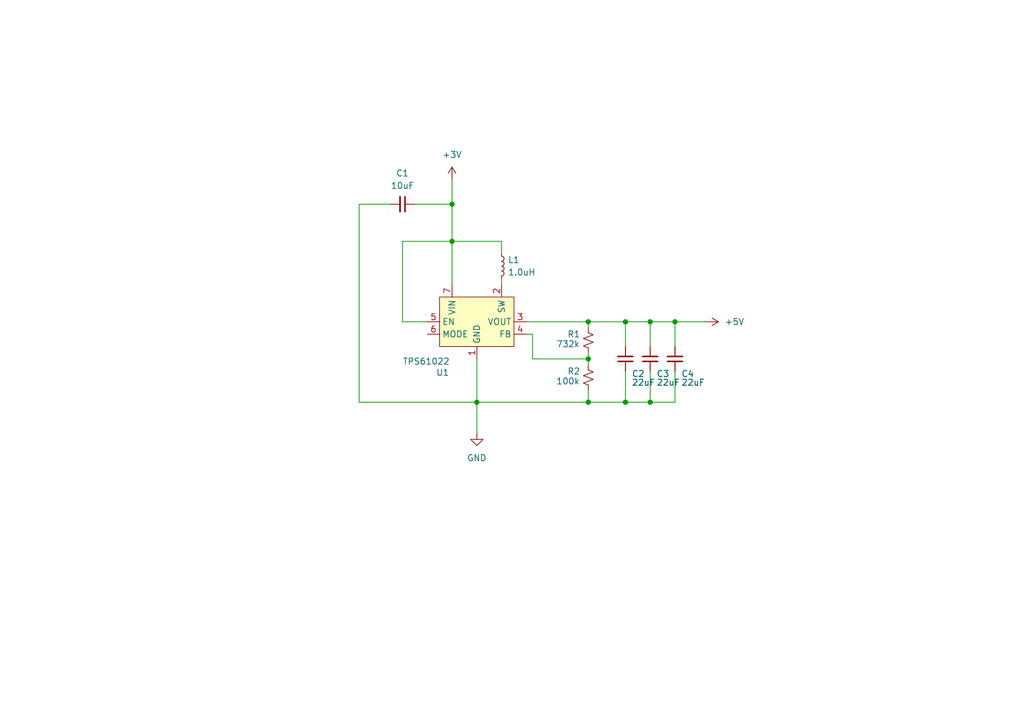
<source format=kicad_sch>
(kicad_sch (version 20231120) (generator "eeschema") (generator_version "8.0")
  (paper "A5")
  (title_block (title "Boost Converter") (rev "0.1") (company "n8thnl"))
  (lib_symbols
    (symbol "Converter_DCDC:TPS61022"
      (property "Reference" "U" (at 0 7.62 0))
      (property "Value" "TPS61022" (at 7.62 -7.62 0))
      (symbol "TPS61022_1_1"
        (rectangle (start -7.62 5.08) (end 7.62 -5.08) (fill (type background)))
        (pin power_in line (at 0 -7.62 90) (length 2.54) (name "GND") (number "1"))
        (pin input line (at 5.08 7.62 270) (length 2.54) (name "SW") (number "2"))
        (pin power_out line (at 10.16 0 180) (length 2.54) (name "VOUT") (number "3"))
        (pin input line (at 10.16 -2.54 180) (length 2.54) (name "FB") (number "4"))
        (pin input line (at -10.16 0 0) (length 2.54) (name "EN") (number "5"))
        (pin input line (at -10.16 -2.54 0) (length 2.54) (name "MODE") (number "6"))
        (pin power_in line (at -5.08 7.62 270) (length 2.54) (name "VIN") (number "7"))
      )
    )
    (symbol "Device:C_Small" (pin_numbers hide) (pin_names (offset 0.254) hide)
      (property "Reference" "C" (at 0.254 1.778 0))
      (property "Value" "C_Small" (at 0.254 -2.032 0))
      (symbol "C_Small_0_1"
        (polyline (pts (xy -1.524 -0.508) (xy 1.524 -0.508)) (stroke (width 0.3302)))
        (polyline (pts (xy -1.524 0.508) (xy 1.524 0.508)) (stroke (width 0.3048)))
      )
      (symbol "C_Small_1_1"
        (pin passive line (at 0 2.54 270) (length 2.032) (name "~") (number "1"))
        (pin passive line (at 0 -2.54 90) (length 2.032) (name "~") (number "2"))
      )
    )
    (symbol "Device:L_Small" (pin_numbers hide) (pin_names (offset 0.254) hide)
      (property "Reference" "L" (at 0.762 1.016 0))
      (property "Value" "L_Small" (at 0.762 -1.016 0))
      (symbol "L_Small_0_1"
        (arc (start 0 -2.032) (mid 0.5058 -1.524) (end 0 -1.016))
        (arc (start 0 -1.016) (mid 0.5058 -0.508) (end 0 0))
        (arc (start 0 0) (mid 0.5058 0.508) (end 0 1.016))
        (arc (start 0 1.016) (mid 0.5058 1.524) (end 0 2.032))
      )
      (symbol "L_Small_1_1"
        (pin passive line (at 0 2.54 270) (length 0.508) (name "~") (number "1"))
        (pin passive line (at 0 -2.54 90) (length 0.508) (name "~") (number "2"))
      )
    )
    (symbol "Device:R_Small_US" (pin_numbers hide) (pin_names (offset 0.254) hide)
      (property "Reference" "R" (at 0.762 0.508 0))
      (property "Value" "R_Small_US" (at 0.762 -1.016 0))
      (symbol "R_Small_US_1_1"
        (polyline (pts (xy 0 0) (xy 1.016 -0.381) (xy 0 -0.762) (xy -1.016 -1.143) (xy 0 -1.524)))
        (polyline (pts (xy 0 1.524) (xy 1.016 1.143) (xy 0 0.762) (xy -1.016 0.381) (xy 0 0)))
        (pin passive line (at 0 2.54 270) (length 1.016) (name "~") (number "1"))
        (pin passive line (at 0 -2.54 90) (length 1.016) (name "~") (number "2"))
      )
    )
    (symbol "power:+1V5" (power) (pin_numbers hide) (pin_names (offset 0) hide)
      (property "Value" "+1V5" (at 0 3.556 0))
      (symbol "+1V5_0_1"
        (polyline (pts (xy -0.762 1.27) (xy 0 2.54)))
        (polyline (pts (xy 0 0) (xy 0 2.54)))
        (polyline (pts (xy 0 2.54) (xy 0.762 1.27)))
      )
      (symbol "+1V5_1_1"
        (pin power_in line (at 0 0 90) (length 0) (name "~") (number "1"))
      )
    )
    (symbol "power:GND" (power) (pin_numbers hide) (pin_names (offset 0) hide)
      (property "Value" "GND" (at 0 -3.81 0))
      (symbol "GND_0_1"
        (polyline (pts (xy 0 0) (xy 0 -1.27) (xy 1.27 -1.27) (xy 0 -2.54) (xy -1.27 -1.27) (xy 0 -1.27)))
      )
      (symbol "GND_1_1"
        (pin power_in line (at 0 0 270) (length 0) (name "~") (number "1"))
      )
    )
  )
  (junction (at 128.27 66.04))
  (junction (at 133.35 82.55))
  (junction (at 133.35 66.04))
  (junction (at 92.71 49.53))
  (junction (at 120.65 82.55))
  (junction (at 97.79 82.55))
  (junction (at 138.43 66.04))
  (junction (at 120.65 73.66))
  (junction (at 92.71 41.91))
  (junction (at 128.27 82.55))
  (junction (at 120.65 66.04))
  (wire (pts (xy 87.63 66.04) (xy 82.55 66.04)))
  (wire (pts (xy 92.71 49.53) (xy 92.71 58.42)))
  (wire (pts (xy 73.66 82.55) (xy 97.79 82.55)))
  (wire (pts (xy 128.27 76.2) (xy 128.27 82.55)))
  (wire (pts (xy 128.27 66.04) (xy 128.27 71.12)))
  (wire (pts (xy 133.35 66.04) (xy 133.35 71.12)))
  (wire (pts (xy 120.65 82.55) (xy 128.27 82.55)))
  (wire (pts (xy 109.22 68.58) (xy 107.95 68.58)))
  (wire (pts (xy 128.27 66.04) (xy 133.35 66.04)))
  (wire (pts (xy 97.79 82.55) (xy 97.79 88.9)))
  (wire (pts (xy 128.27 82.55) (xy 133.35 82.55)))
  (wire (pts (xy 138.43 66.04) (xy 144.78 66.04)))
  (wire (pts (xy 107.95 66.04) (xy 120.65 66.04)))
  (wire (pts (xy 133.35 76.2) (xy 133.35 82.55)))
  (wire (pts (xy 120.65 66.04) (xy 120.65 67.31)))
  (wire (pts (xy 102.87 52.07) (xy 102.87 49.53)))
  (wire (pts (xy 133.35 82.55) (xy 138.43 82.55)))
  (wire (pts (xy 97.79 82.55) (xy 97.79 73.66)))
  (wire (pts (xy 102.87 57.15) (xy 102.87 58.42)))
  (wire (pts (xy 85.09 41.91) (xy 92.71 41.91)))
  (wire (pts (xy 92.71 49.53) (xy 102.87 49.53)))
  (wire (pts (xy 82.55 49.53) (xy 92.71 49.53)))
  (wire (pts (xy 138.43 76.2) (xy 138.43 82.55)))
  (wire (pts (xy 109.22 73.66) (xy 120.65 73.66)))
  (wire (pts (xy 120.65 80.01) (xy 120.65 82.55)))
  (wire (pts (xy 73.66 41.91) (xy 73.66 82.55)))
  (wire (pts (xy 120.65 72.39) (xy 120.65 73.66)))
  (wire (pts (xy 82.55 66.04) (xy 82.55 49.53)))
  (wire (pts (xy 109.22 73.66) (xy 109.22 68.58)))
  (wire (pts (xy 80.01 41.91) (xy 73.66 41.91)))
  (wire (pts (xy 128.27 66.04) (xy 120.65 66.04)))
  (wire (pts (xy 133.35 66.04) (xy 138.43 66.04)))
  (wire (pts (xy 120.65 73.66) (xy 120.65 74.93)))
  (wire (pts (xy 138.43 66.04) (xy 138.43 71.12)))
  (wire (pts (xy 97.79 82.55) (xy 120.65 82.55)))
  (wire (pts (xy 92.71 41.91) (xy 92.71 49.53)))
  (wire (pts (xy 92.71 36.83) (xy 92.71 41.91)))
  (symbol (lib_id "Device:R_Small_US") (at 120.65 69.85 0) (unit 1)
    (property "Reference" "R1" (at 116.332 68.58 0) (effects (justify left)))
    (property "Value" "732k" (at 114.046 70.612 0) (effects (justify left)))
    (property "Footprint" "Resistor_SMD:R_0805_2012Metric_Pad1.20x1.40mm_HandSolder" (effects (hide yes)))
    (property "Description" "Resistor, small US symbol" (effects (hide yes)))
  )
  (symbol (lib_id "power:GND") (at 97.79 88.9 0) (unit 1)
    (property "Reference" "#PWR02" (effects (hide yes)))
    (property "Value" "GND" (at 97.79 93.98 0))
    (property "Description" "Power symbol creates a global label with name \"GND\" , ground" (effects (hide yes)))
  )
  (symbol (lib_id "Device:C_Small") (at 138.43 73.66 180) (unit 1)
    (property "Reference" "C4" (at 139.7 76.708 0) (effects (justify right)))
    (property "Value" "22uF" (at 139.7 78.486 0) (effects (justify right)))
    (property "Footprint" "Capacitor_SMD:C_0805_2012Metric_Pad1.18x1.45mm_HandSolder" (effects (hide yes)))
    (property "Description" "Unpolarized capacitor, small symbol" (effects (hide yes)))
  )
  (symbol (lib_id "Device:R_Small_US") (at 120.65 77.47 0) (unit 1)
    (property "Reference" "R2" (at 116.332 76.2 0) (effects (justify left)))
    (property "Value" "100k" (at 114.046 78.232 0) (effects (justify left)))
    (property "Footprint" "Resistor_SMD:R_0805_2012Metric_Pad1.20x1.40mm_HandSolder" (effects (hide yes)))
    (property "Description" "Resistor, small US symbol" (effects (hide yes)))
  )
  (symbol (lib_id "Converter_DCDC:TPS61022") (at 97.79 66.04 0) (unit 1)
    (property "Reference" "U1" (at 89.408 76.454 0) (effects (justify left)))
    (property "Value" "TPS61022" (at 82.55 74.168 0) (effects (justify left)))
    (property "Footprint" "Package_DFN_QFN:Texas_RWU0007A_VQFN-7_2x2mm_P0.5mm" (effects (hide yes)))
    (property "Datasheet" "https://www.ti.com/lit/ds/symlink/tps61022.pdf" (effects (hide yes)))
    (property "Description" "8A Boost Converter, 0.5-5.5 V input, 2.2-5.5V output, Texas RWU0007A VQFN-7" (effects (hide yes)))
  )
  (symbol (lib_id "Device:C_Small") (at 128.27 73.66 180) (unit 1)
    (property "Reference" "C2" (at 129.54 76.708 0) (effects (justify right)))
    (property "Value" "22uF" (at 129.54 78.486 0) (effects (justify right)))
    (property "Footprint" "Capacitor_SMD:C_0805_2012Metric_Pad1.18x1.45mm_HandSolder" (effects (hide yes)))
    (property "Description" "Unpolarized capacitor, small symbol" (effects (hide yes)))
  )
  (symbol (lib_id "Device:C_Small") (at 133.35 73.66 180) (unit 1)
    (property "Reference" "C3" (at 134.62 76.708 0) (effects (justify right)))
    (property "Value" "22uF" (at 134.62 78.486 0) (effects (justify right)))
    (property "Footprint" "Capacitor_SMD:C_0805_2012Metric_Pad1.18x1.45mm_HandSolder" (effects (hide yes)))
    (property "Description" "Unpolarized capacitor, small symbol" (effects (hide yes)))
  )
  (symbol (lib_id "Device:C_Small") (at 82.55 41.91 270) (unit 1)
    (property "Reference" "C1" (at 82.5436 35.56 90))
    (property "Value" "10uF" (at 82.5436 38.1 90))
    (property "Footprint" "Capacitor_SMD:C_0805_2012Metric_Pad1.18x1.45mm_HandSolder" (effects (hide yes)))
    (property "Description" "Unpolarized capacitor, small symbol" (effects (hide yes)))
  )
  (symbol (lib_id "Device:L_Small") (at 102.87 54.61 0) (unit 1)
    (property "Reference" "L1" (at 104.14 53.3399 0) (effects (justify left)))
    (property "Value" "1.0uH" (at 104.14 55.8799 0) (effects (justify left)))
    (property "Footprint" "Inductor_SMD:L_Bourns_SRP7028A_7.3x6.6mm" (effects (hide yes)))
    (property "Description" "Inductor, small symbol" (effects (hide yes)))
  )
  (symbol (lib_id "power:+1V5") (at 92.71 36.83 0) (unit 1)
    (property "Reference" "#PWR05" (effects (hide yes)))
    (property "Value" "+3V" (at 92.71 31.75 0))
    (property "Description" "Power symbol creates a global label with name \"+1V5\"" (effects (hide yes)))
  )
  (symbol (lib_id "power:+1V5") (at 144.78 66.04 270) (unit 1)
    (property "Reference" "#PWR01" (effects (hide yes)))
    (property "Value" "+5V" (at 148.59 66.0399 90) (effects (justify left)))
    (property "Description" "Power symbol creates a global label with name \"+1V5\"" (effects (hide yes)))
  )
)
</source>
